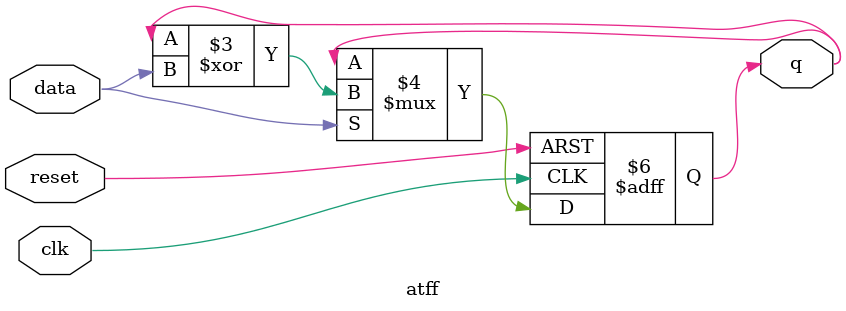
<source format=v>
module main(SW, KEY, HEX0, HEX1);
	input [1:0] SW;
	input [1:0] KEY;
	output [6:0] HEX0;
	output [6:0] HEX1;
	wire [7:0] wout;

	counter c1(
		.enable(SW[1]),
		.reset(SW[0]),
		.clock(KEY[0]),
		.q(wout)
	);
	
	sevensegx s0(
		.a(wout[3]),
		.b(wout[2]),
		.c(wout[1]),
		.d(wout[0]),
		.s0(HEX0[0]),
		.s1(HEX0[1]),
		.s2(HEX0[2]),
		.s3(HEX0[3]),
		.s4(HEX0[4]),
		.s5(HEX0[5]),
		.s6(HEX0[6])
	);
	
	sevensegx s1(
		.a(wout[7]),
		.b(wout[6]),
		.c(wout[5]),
		.d(wout[4]),
		.s0(HEX1[0]),
		.s1(HEX1[1]),
		.s2(HEX1[2]),
		.s3(HEX1[3]),
		.s4(HEX1[4]),
		.s5(HEX1[5]),
		.s6(HEX1[6])
	);
	
endmodule

module sevensegx(a, b, c, d, s0, s1, s2, s3, s4, s5, s6);
	input a, b, c, d;
	output s0, s1, s2, s3, s4, s5, s6;
	
	assign s0 = ~a & b & ~c & ~d | ~a & ~b & ~c & d | a & b & ~c & d | a & ~b & c & d;
	assign s1 = a & b & ~d | a & c & d | ~a & b & ~c & d | b & c & ~d;
	assign s2 = ~a & ~b & & c & ~d | a & b & ~d | a & b & c;
	assign s3 = ~b & ~c & d | ~a & b & ~c & ~d | b & c & d |  a & ~b & c & ~d;
	assign s4 = ~a & d | ~a & b & ~c | ~b & ~c & d;
	assign s5 = ~a & ~b & d | ~a & c & d | ~a & ~b & c | a & b & ~c & d;
	assign s6 = a & b & ~c & ~d | ~a & ~b & ~c | ~a & b & c & d;

endmodule


module counter(enable, reset, clock, q);
	input enable, reset, clock;
	output 	[7:0] q;
	wire w0, w1, w2, w3, w4, w5, w6, w7;
	wire a1, a2, a3, a4, a5, a6, a7;

	atff q0(
		.data(enable),
		.clk(clock),
		.reset(reset),
		.q(w0)
	);

	assign a1 = w0 & enable;
	
	atff q1(
		.data(a1),
		.clk(clock),
		.reset(reset),
		.q(w1)
	);

	assign a2 = w0 & w1 & enable;	
	
	atff q2(
		.data(a2),
		.clk(clock),
		.reset(reset),
		.q(w2)
	);

	assign a3 = w0 & w1 & w2 & enable;	
	
	atff q3(
		.data(a3),
		.clk(clock),
		.reset(reset),
		.q(w3)
	);

	assign a4 = w0 & w1 & w2 & w3 & enable;	
	
	atff q4(
		.data(a4),
		.clk(clock),
		.reset(reset),
		.q(w4)
	);
	assign a5 = w0 & w1 & w2 & w3 & w4 & enable;	

	atff t5(
		.data(a5),
		.clk(clock),
		.reset(reset),
		.q(w5)
	);

	assign a6 = w0 & w1 & w2 & w3 & w4 & w5 & enable;	

	atff q6(
		.data(a6),
		.clk(clock),
		.reset(reset),
		.q(w6)
	);

	assign a7 = w0 & w1 & w2 & w3 & w4 & w5 & w6 & enable;	
	
	atff q7(
		.data(a7),
		.clk(clock),
		.reset(reset),
		.q(w7)
	);
	
	assign q = {w7, w6, w5, w4, w3, w2, w1, w0};

endmodule

module atff(data, clk, reset, q);
	input data, clk, reset; 
	output q;
	reg q;

	always @ (posedge clk, negedge reset)
	if (~reset) begin
	  q <= 1'b0;
	end else if (data) begin
	  q <= q ^ data;
	end

endmodule //End Of Module tff_async_reset
</source>
